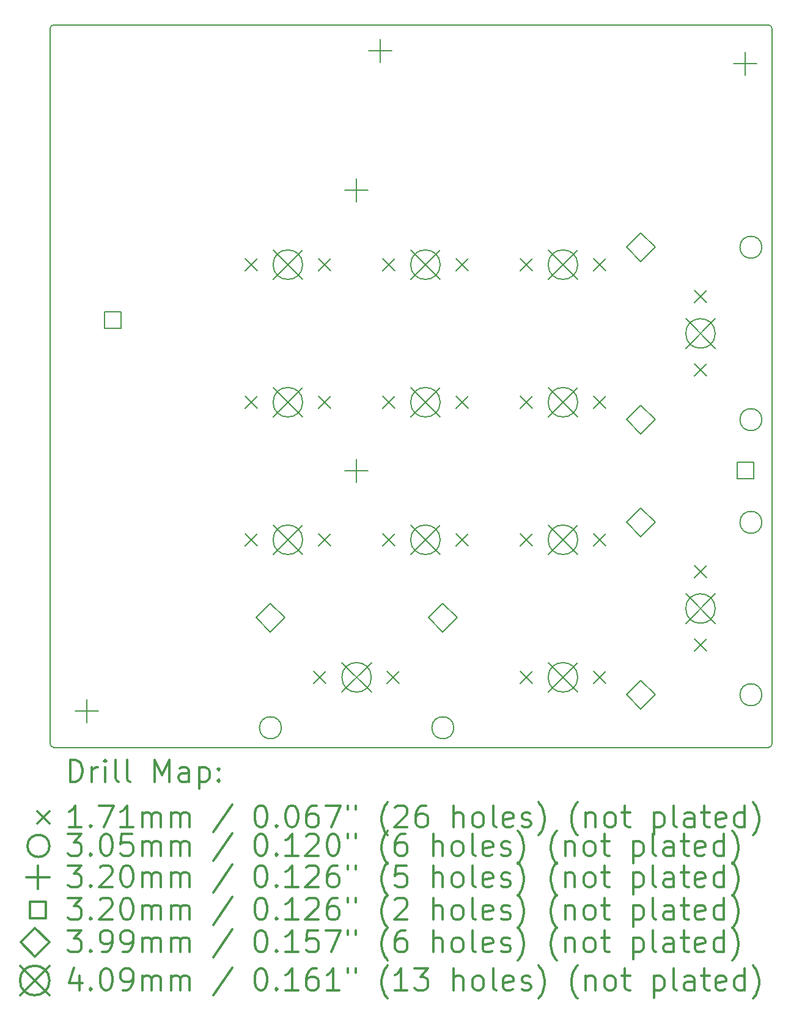
<source format=gbr>
%FSLAX45Y45*%
G04 Gerber Fmt 4.5, Leading zero omitted, Abs format (unit mm)*
G04 Created by KiCad (PCBNEW (5.1.9)-1) date 2021-06-17 16:50:48*
%MOMM*%
%LPD*%
G01*
G04 APERTURE LIST*
%TA.AperFunction,Profile*%
%ADD10C,0.150000*%
%TD*%
%ADD11C,0.200000*%
%ADD12C,0.300000*%
G04 APERTURE END LIST*
D10*
X17564100Y-5283200D02*
G75*
G02*
X17614900Y-5334000I0J-50800D01*
G01*
X17614900Y-15240000D02*
G75*
G02*
X17564100Y-15290800I-50800J0D01*
G01*
X7670800Y-15290800D02*
G75*
G02*
X7614920Y-15234920I0J55880D01*
G01*
X7614920Y-5334000D02*
G75*
G02*
X7665720Y-5283200I50800J0D01*
G01*
X7670800Y-15290800D02*
X17564100Y-15290800D01*
X17614910Y-15240000D02*
X17614910Y-5334000D01*
X17564100Y-5283200D02*
X7665720Y-5283200D01*
X7614910Y-5334000D02*
X7614910Y-15234920D01*
D11*
X10315956Y-8518906D02*
X10486644Y-8689594D01*
X10486644Y-8518906D02*
X10315956Y-8689594D01*
X10315956Y-10423906D02*
X10486644Y-10594594D01*
X10486644Y-10423906D02*
X10315956Y-10594594D01*
X10315956Y-12328906D02*
X10486644Y-12499594D01*
X10486644Y-12328906D02*
X10315956Y-12499594D01*
X11268456Y-14233906D02*
X11439144Y-14404594D01*
X11439144Y-14233906D02*
X11268456Y-14404594D01*
X11331956Y-8518906D02*
X11502644Y-8689594D01*
X11502644Y-8518906D02*
X11331956Y-8689594D01*
X11331956Y-10423906D02*
X11502644Y-10594594D01*
X11502644Y-10423906D02*
X11331956Y-10594594D01*
X11331956Y-12328906D02*
X11502644Y-12499594D01*
X11502644Y-12328906D02*
X11331956Y-12499594D01*
X12220956Y-8518906D02*
X12391644Y-8689594D01*
X12391644Y-8518906D02*
X12220956Y-8689594D01*
X12220956Y-10423906D02*
X12391644Y-10594594D01*
X12391644Y-10423906D02*
X12220956Y-10594594D01*
X12220956Y-12328906D02*
X12391644Y-12499594D01*
X12391644Y-12328906D02*
X12220956Y-12499594D01*
X12284456Y-14233906D02*
X12455144Y-14404594D01*
X12455144Y-14233906D02*
X12284456Y-14404594D01*
X13236956Y-8518906D02*
X13407644Y-8689594D01*
X13407644Y-8518906D02*
X13236956Y-8689594D01*
X13236956Y-10423906D02*
X13407644Y-10594594D01*
X13407644Y-10423906D02*
X13236956Y-10594594D01*
X13236956Y-12328906D02*
X13407644Y-12499594D01*
X13407644Y-12328906D02*
X13236956Y-12499594D01*
X14125956Y-8518906D02*
X14296644Y-8689594D01*
X14296644Y-8518906D02*
X14125956Y-8689594D01*
X14125956Y-10423906D02*
X14296644Y-10594594D01*
X14296644Y-10423906D02*
X14125956Y-10594594D01*
X14125956Y-12328906D02*
X14296644Y-12499594D01*
X14296644Y-12328906D02*
X14125956Y-12499594D01*
X14125956Y-14233906D02*
X14296644Y-14404594D01*
X14296644Y-14233906D02*
X14125956Y-14404594D01*
X15141956Y-8518906D02*
X15312644Y-8689594D01*
X15312644Y-8518906D02*
X15141956Y-8689594D01*
X15141956Y-10423906D02*
X15312644Y-10594594D01*
X15312644Y-10423906D02*
X15141956Y-10594594D01*
X15141956Y-12328906D02*
X15312644Y-12499594D01*
X15312644Y-12328906D02*
X15141956Y-12499594D01*
X15141956Y-14233906D02*
X15312644Y-14404594D01*
X15312644Y-14233906D02*
X15141956Y-14404594D01*
X16538956Y-8963406D02*
X16709644Y-9134094D01*
X16709644Y-8963406D02*
X16538956Y-9134094D01*
X16538956Y-9979406D02*
X16709644Y-10150094D01*
X16709644Y-9979406D02*
X16538956Y-10150094D01*
X16538956Y-12773406D02*
X16709644Y-12944094D01*
X16709644Y-12773406D02*
X16538956Y-12944094D01*
X16538956Y-13789406D02*
X16709644Y-13960094D01*
X16709644Y-13789406D02*
X16538956Y-13960094D01*
X10820400Y-15017750D02*
G75*
G03*
X10820400Y-15017750I-152400J0D01*
G01*
X13208000Y-15017750D02*
G75*
G03*
X13208000Y-15017750I-152400J0D01*
G01*
X17475200Y-8362950D02*
G75*
G03*
X17475200Y-8362950I-152400J0D01*
G01*
X17475200Y-10750550D02*
G75*
G03*
X17475200Y-10750550I-152400J0D01*
G01*
X17475200Y-12172950D02*
G75*
G03*
X17475200Y-12172950I-152400J0D01*
G01*
X17475200Y-14560550D02*
G75*
G03*
X17475200Y-14560550I-152400J0D01*
G01*
X8128000Y-14622800D02*
X8128000Y-14942800D01*
X7968000Y-14782800D02*
X8288000Y-14782800D01*
X11861800Y-7409200D02*
X11861800Y-7729200D01*
X11701800Y-7569200D02*
X12021800Y-7569200D01*
X11861800Y-11295400D02*
X11861800Y-11615400D01*
X11701800Y-11455400D02*
X12021800Y-11455400D01*
X12192000Y-5478800D02*
X12192000Y-5798800D01*
X12032000Y-5638800D02*
X12352000Y-5638800D01*
X17246600Y-5656600D02*
X17246600Y-5976600D01*
X17086600Y-5816600D02*
X17406600Y-5816600D01*
X8596738Y-9485738D02*
X8596738Y-9259462D01*
X8370462Y-9259462D01*
X8370462Y-9485738D01*
X8596738Y-9485738D01*
X17359738Y-11568538D02*
X17359738Y-11342262D01*
X17133462Y-11342262D01*
X17133462Y-11568538D01*
X17359738Y-11568538D01*
X10668000Y-13693140D02*
X10867390Y-13493750D01*
X10668000Y-13294360D01*
X10468610Y-13493750D01*
X10668000Y-13693140D01*
X13055600Y-13693140D02*
X13254990Y-13493750D01*
X13055600Y-13294360D01*
X12856210Y-13493750D01*
X13055600Y-13693140D01*
X15798800Y-8562340D02*
X15998190Y-8362950D01*
X15798800Y-8163560D01*
X15599410Y-8362950D01*
X15798800Y-8562340D01*
X15798800Y-10949940D02*
X15998190Y-10750550D01*
X15798800Y-10551160D01*
X15599410Y-10750550D01*
X15798800Y-10949940D01*
X15798800Y-12372340D02*
X15998190Y-12172950D01*
X15798800Y-11973560D01*
X15599410Y-12172950D01*
X15798800Y-12372340D01*
X15798800Y-14759940D02*
X15998190Y-14560550D01*
X15798800Y-14361160D01*
X15599410Y-14560550D01*
X15798800Y-14759940D01*
X10704830Y-8399780D02*
X11113770Y-8808720D01*
X11113770Y-8399780D02*
X10704830Y-8808720D01*
X11113770Y-8604250D02*
G75*
G03*
X11113770Y-8604250I-204470J0D01*
G01*
X10704830Y-10304780D02*
X11113770Y-10713720D01*
X11113770Y-10304780D02*
X10704830Y-10713720D01*
X11113770Y-10509250D02*
G75*
G03*
X11113770Y-10509250I-204470J0D01*
G01*
X10704830Y-12209780D02*
X11113770Y-12618720D01*
X11113770Y-12209780D02*
X10704830Y-12618720D01*
X11113770Y-12414250D02*
G75*
G03*
X11113770Y-12414250I-204470J0D01*
G01*
X11657330Y-14114780D02*
X12066270Y-14523720D01*
X12066270Y-14114780D02*
X11657330Y-14523720D01*
X12066270Y-14319250D02*
G75*
G03*
X12066270Y-14319250I-204470J0D01*
G01*
X12609830Y-8399780D02*
X13018770Y-8808720D01*
X13018770Y-8399780D02*
X12609830Y-8808720D01*
X13018770Y-8604250D02*
G75*
G03*
X13018770Y-8604250I-204470J0D01*
G01*
X12609830Y-10304780D02*
X13018770Y-10713720D01*
X13018770Y-10304780D02*
X12609830Y-10713720D01*
X13018770Y-10509250D02*
G75*
G03*
X13018770Y-10509250I-204470J0D01*
G01*
X12609830Y-12209780D02*
X13018770Y-12618720D01*
X13018770Y-12209780D02*
X12609830Y-12618720D01*
X13018770Y-12414250D02*
G75*
G03*
X13018770Y-12414250I-204470J0D01*
G01*
X14514830Y-8399780D02*
X14923770Y-8808720D01*
X14923770Y-8399780D02*
X14514830Y-8808720D01*
X14923770Y-8604250D02*
G75*
G03*
X14923770Y-8604250I-204470J0D01*
G01*
X14514830Y-10304780D02*
X14923770Y-10713720D01*
X14923770Y-10304780D02*
X14514830Y-10713720D01*
X14923770Y-10509250D02*
G75*
G03*
X14923770Y-10509250I-204470J0D01*
G01*
X14514830Y-12209780D02*
X14923770Y-12618720D01*
X14923770Y-12209780D02*
X14514830Y-12618720D01*
X14923770Y-12414250D02*
G75*
G03*
X14923770Y-12414250I-204470J0D01*
G01*
X14514830Y-14114780D02*
X14923770Y-14523720D01*
X14923770Y-14114780D02*
X14514830Y-14523720D01*
X14923770Y-14319250D02*
G75*
G03*
X14923770Y-14319250I-204470J0D01*
G01*
X16419830Y-9352280D02*
X16828770Y-9761220D01*
X16828770Y-9352280D02*
X16419830Y-9761220D01*
X16828770Y-9556750D02*
G75*
G03*
X16828770Y-9556750I-204470J0D01*
G01*
X16419830Y-13162280D02*
X16828770Y-13571220D01*
X16828770Y-13162280D02*
X16419830Y-13571220D01*
X16828770Y-13366750D02*
G75*
G03*
X16828770Y-13366750I-204470J0D01*
G01*
D12*
X7893838Y-15764014D02*
X7893838Y-15464014D01*
X7965267Y-15464014D01*
X8008124Y-15478300D01*
X8036696Y-15506871D01*
X8050981Y-15535443D01*
X8065267Y-15592586D01*
X8065267Y-15635443D01*
X8050981Y-15692586D01*
X8036696Y-15721157D01*
X8008124Y-15749729D01*
X7965267Y-15764014D01*
X7893838Y-15764014D01*
X8193838Y-15764014D02*
X8193838Y-15564014D01*
X8193838Y-15621157D02*
X8208124Y-15592586D01*
X8222410Y-15578300D01*
X8250981Y-15564014D01*
X8279553Y-15564014D01*
X8379553Y-15764014D02*
X8379553Y-15564014D01*
X8379553Y-15464014D02*
X8365267Y-15478300D01*
X8379553Y-15492586D01*
X8393838Y-15478300D01*
X8379553Y-15464014D01*
X8379553Y-15492586D01*
X8565267Y-15764014D02*
X8536696Y-15749729D01*
X8522410Y-15721157D01*
X8522410Y-15464014D01*
X8722410Y-15764014D02*
X8693838Y-15749729D01*
X8679553Y-15721157D01*
X8679553Y-15464014D01*
X9065267Y-15764014D02*
X9065267Y-15464014D01*
X9165267Y-15678300D01*
X9265267Y-15464014D01*
X9265267Y-15764014D01*
X9536696Y-15764014D02*
X9536696Y-15606871D01*
X9522410Y-15578300D01*
X9493838Y-15564014D01*
X9436696Y-15564014D01*
X9408124Y-15578300D01*
X9536696Y-15749729D02*
X9508124Y-15764014D01*
X9436696Y-15764014D01*
X9408124Y-15749729D01*
X9393838Y-15721157D01*
X9393838Y-15692586D01*
X9408124Y-15664014D01*
X9436696Y-15649729D01*
X9508124Y-15649729D01*
X9536696Y-15635443D01*
X9679553Y-15564014D02*
X9679553Y-15864014D01*
X9679553Y-15578300D02*
X9708124Y-15564014D01*
X9765267Y-15564014D01*
X9793838Y-15578300D01*
X9808124Y-15592586D01*
X9822410Y-15621157D01*
X9822410Y-15706871D01*
X9808124Y-15735443D01*
X9793838Y-15749729D01*
X9765267Y-15764014D01*
X9708124Y-15764014D01*
X9679553Y-15749729D01*
X9950981Y-15735443D02*
X9965267Y-15749729D01*
X9950981Y-15764014D01*
X9936696Y-15749729D01*
X9950981Y-15735443D01*
X9950981Y-15764014D01*
X9950981Y-15578300D02*
X9965267Y-15592586D01*
X9950981Y-15606871D01*
X9936696Y-15592586D01*
X9950981Y-15578300D01*
X9950981Y-15606871D01*
X7436722Y-16172956D02*
X7607410Y-16343644D01*
X7607410Y-16172956D02*
X7436722Y-16343644D01*
X8050981Y-16394014D02*
X7879553Y-16394014D01*
X7965267Y-16394014D02*
X7965267Y-16094014D01*
X7936696Y-16136871D01*
X7908124Y-16165443D01*
X7879553Y-16179729D01*
X8179553Y-16365443D02*
X8193838Y-16379729D01*
X8179553Y-16394014D01*
X8165267Y-16379729D01*
X8179553Y-16365443D01*
X8179553Y-16394014D01*
X8293838Y-16094014D02*
X8493838Y-16094014D01*
X8365267Y-16394014D01*
X8765267Y-16394014D02*
X8593838Y-16394014D01*
X8679553Y-16394014D02*
X8679553Y-16094014D01*
X8650981Y-16136871D01*
X8622410Y-16165443D01*
X8593838Y-16179729D01*
X8893838Y-16394014D02*
X8893838Y-16194014D01*
X8893838Y-16222586D02*
X8908124Y-16208300D01*
X8936696Y-16194014D01*
X8979553Y-16194014D01*
X9008124Y-16208300D01*
X9022410Y-16236871D01*
X9022410Y-16394014D01*
X9022410Y-16236871D02*
X9036696Y-16208300D01*
X9065267Y-16194014D01*
X9108124Y-16194014D01*
X9136696Y-16208300D01*
X9150981Y-16236871D01*
X9150981Y-16394014D01*
X9293838Y-16394014D02*
X9293838Y-16194014D01*
X9293838Y-16222586D02*
X9308124Y-16208300D01*
X9336696Y-16194014D01*
X9379553Y-16194014D01*
X9408124Y-16208300D01*
X9422410Y-16236871D01*
X9422410Y-16394014D01*
X9422410Y-16236871D02*
X9436696Y-16208300D01*
X9465267Y-16194014D01*
X9508124Y-16194014D01*
X9536696Y-16208300D01*
X9550981Y-16236871D01*
X9550981Y-16394014D01*
X10136696Y-16079729D02*
X9879553Y-16465443D01*
X10522410Y-16094014D02*
X10550981Y-16094014D01*
X10579553Y-16108300D01*
X10593838Y-16122586D01*
X10608124Y-16151157D01*
X10622410Y-16208300D01*
X10622410Y-16279729D01*
X10608124Y-16336871D01*
X10593838Y-16365443D01*
X10579553Y-16379729D01*
X10550981Y-16394014D01*
X10522410Y-16394014D01*
X10493838Y-16379729D01*
X10479553Y-16365443D01*
X10465267Y-16336871D01*
X10450981Y-16279729D01*
X10450981Y-16208300D01*
X10465267Y-16151157D01*
X10479553Y-16122586D01*
X10493838Y-16108300D01*
X10522410Y-16094014D01*
X10750981Y-16365443D02*
X10765267Y-16379729D01*
X10750981Y-16394014D01*
X10736696Y-16379729D01*
X10750981Y-16365443D01*
X10750981Y-16394014D01*
X10950981Y-16094014D02*
X10979553Y-16094014D01*
X11008124Y-16108300D01*
X11022410Y-16122586D01*
X11036696Y-16151157D01*
X11050981Y-16208300D01*
X11050981Y-16279729D01*
X11036696Y-16336871D01*
X11022410Y-16365443D01*
X11008124Y-16379729D01*
X10979553Y-16394014D01*
X10950981Y-16394014D01*
X10922410Y-16379729D01*
X10908124Y-16365443D01*
X10893838Y-16336871D01*
X10879553Y-16279729D01*
X10879553Y-16208300D01*
X10893838Y-16151157D01*
X10908124Y-16122586D01*
X10922410Y-16108300D01*
X10950981Y-16094014D01*
X11308124Y-16094014D02*
X11250981Y-16094014D01*
X11222410Y-16108300D01*
X11208124Y-16122586D01*
X11179553Y-16165443D01*
X11165267Y-16222586D01*
X11165267Y-16336871D01*
X11179553Y-16365443D01*
X11193838Y-16379729D01*
X11222410Y-16394014D01*
X11279553Y-16394014D01*
X11308124Y-16379729D01*
X11322410Y-16365443D01*
X11336696Y-16336871D01*
X11336696Y-16265443D01*
X11322410Y-16236871D01*
X11308124Y-16222586D01*
X11279553Y-16208300D01*
X11222410Y-16208300D01*
X11193838Y-16222586D01*
X11179553Y-16236871D01*
X11165267Y-16265443D01*
X11436696Y-16094014D02*
X11636696Y-16094014D01*
X11508124Y-16394014D01*
X11736696Y-16094014D02*
X11736696Y-16151157D01*
X11850981Y-16094014D02*
X11850981Y-16151157D01*
X12293838Y-16508300D02*
X12279553Y-16494014D01*
X12250981Y-16451157D01*
X12236696Y-16422586D01*
X12222410Y-16379729D01*
X12208124Y-16308300D01*
X12208124Y-16251157D01*
X12222410Y-16179729D01*
X12236696Y-16136871D01*
X12250981Y-16108300D01*
X12279553Y-16065443D01*
X12293838Y-16051157D01*
X12393838Y-16122586D02*
X12408124Y-16108300D01*
X12436696Y-16094014D01*
X12508124Y-16094014D01*
X12536696Y-16108300D01*
X12550981Y-16122586D01*
X12565267Y-16151157D01*
X12565267Y-16179729D01*
X12550981Y-16222586D01*
X12379553Y-16394014D01*
X12565267Y-16394014D01*
X12822410Y-16094014D02*
X12765267Y-16094014D01*
X12736696Y-16108300D01*
X12722410Y-16122586D01*
X12693838Y-16165443D01*
X12679553Y-16222586D01*
X12679553Y-16336871D01*
X12693838Y-16365443D01*
X12708124Y-16379729D01*
X12736696Y-16394014D01*
X12793838Y-16394014D01*
X12822410Y-16379729D01*
X12836696Y-16365443D01*
X12850981Y-16336871D01*
X12850981Y-16265443D01*
X12836696Y-16236871D01*
X12822410Y-16222586D01*
X12793838Y-16208300D01*
X12736696Y-16208300D01*
X12708124Y-16222586D01*
X12693838Y-16236871D01*
X12679553Y-16265443D01*
X13208124Y-16394014D02*
X13208124Y-16094014D01*
X13336696Y-16394014D02*
X13336696Y-16236871D01*
X13322410Y-16208300D01*
X13293838Y-16194014D01*
X13250981Y-16194014D01*
X13222410Y-16208300D01*
X13208124Y-16222586D01*
X13522410Y-16394014D02*
X13493838Y-16379729D01*
X13479553Y-16365443D01*
X13465267Y-16336871D01*
X13465267Y-16251157D01*
X13479553Y-16222586D01*
X13493838Y-16208300D01*
X13522410Y-16194014D01*
X13565267Y-16194014D01*
X13593838Y-16208300D01*
X13608124Y-16222586D01*
X13622410Y-16251157D01*
X13622410Y-16336871D01*
X13608124Y-16365443D01*
X13593838Y-16379729D01*
X13565267Y-16394014D01*
X13522410Y-16394014D01*
X13793838Y-16394014D02*
X13765267Y-16379729D01*
X13750981Y-16351157D01*
X13750981Y-16094014D01*
X14022410Y-16379729D02*
X13993838Y-16394014D01*
X13936696Y-16394014D01*
X13908124Y-16379729D01*
X13893838Y-16351157D01*
X13893838Y-16236871D01*
X13908124Y-16208300D01*
X13936696Y-16194014D01*
X13993838Y-16194014D01*
X14022410Y-16208300D01*
X14036696Y-16236871D01*
X14036696Y-16265443D01*
X13893838Y-16294014D01*
X14150981Y-16379729D02*
X14179553Y-16394014D01*
X14236696Y-16394014D01*
X14265267Y-16379729D01*
X14279553Y-16351157D01*
X14279553Y-16336871D01*
X14265267Y-16308300D01*
X14236696Y-16294014D01*
X14193838Y-16294014D01*
X14165267Y-16279729D01*
X14150981Y-16251157D01*
X14150981Y-16236871D01*
X14165267Y-16208300D01*
X14193838Y-16194014D01*
X14236696Y-16194014D01*
X14265267Y-16208300D01*
X14379553Y-16508300D02*
X14393838Y-16494014D01*
X14422410Y-16451157D01*
X14436696Y-16422586D01*
X14450981Y-16379729D01*
X14465267Y-16308300D01*
X14465267Y-16251157D01*
X14450981Y-16179729D01*
X14436696Y-16136871D01*
X14422410Y-16108300D01*
X14393838Y-16065443D01*
X14379553Y-16051157D01*
X14922410Y-16508300D02*
X14908124Y-16494014D01*
X14879553Y-16451157D01*
X14865267Y-16422586D01*
X14850981Y-16379729D01*
X14836696Y-16308300D01*
X14836696Y-16251157D01*
X14850981Y-16179729D01*
X14865267Y-16136871D01*
X14879553Y-16108300D01*
X14908124Y-16065443D01*
X14922410Y-16051157D01*
X15036696Y-16194014D02*
X15036696Y-16394014D01*
X15036696Y-16222586D02*
X15050981Y-16208300D01*
X15079553Y-16194014D01*
X15122410Y-16194014D01*
X15150981Y-16208300D01*
X15165267Y-16236871D01*
X15165267Y-16394014D01*
X15350981Y-16394014D02*
X15322410Y-16379729D01*
X15308124Y-16365443D01*
X15293838Y-16336871D01*
X15293838Y-16251157D01*
X15308124Y-16222586D01*
X15322410Y-16208300D01*
X15350981Y-16194014D01*
X15393838Y-16194014D01*
X15422410Y-16208300D01*
X15436696Y-16222586D01*
X15450981Y-16251157D01*
X15450981Y-16336871D01*
X15436696Y-16365443D01*
X15422410Y-16379729D01*
X15393838Y-16394014D01*
X15350981Y-16394014D01*
X15536696Y-16194014D02*
X15650981Y-16194014D01*
X15579553Y-16094014D02*
X15579553Y-16351157D01*
X15593838Y-16379729D01*
X15622410Y-16394014D01*
X15650981Y-16394014D01*
X15979553Y-16194014D02*
X15979553Y-16494014D01*
X15979553Y-16208300D02*
X16008124Y-16194014D01*
X16065267Y-16194014D01*
X16093838Y-16208300D01*
X16108124Y-16222586D01*
X16122410Y-16251157D01*
X16122410Y-16336871D01*
X16108124Y-16365443D01*
X16093838Y-16379729D01*
X16065267Y-16394014D01*
X16008124Y-16394014D01*
X15979553Y-16379729D01*
X16293838Y-16394014D02*
X16265267Y-16379729D01*
X16250981Y-16351157D01*
X16250981Y-16094014D01*
X16536696Y-16394014D02*
X16536696Y-16236871D01*
X16522410Y-16208300D01*
X16493838Y-16194014D01*
X16436696Y-16194014D01*
X16408124Y-16208300D01*
X16536696Y-16379729D02*
X16508124Y-16394014D01*
X16436696Y-16394014D01*
X16408124Y-16379729D01*
X16393838Y-16351157D01*
X16393838Y-16322586D01*
X16408124Y-16294014D01*
X16436696Y-16279729D01*
X16508124Y-16279729D01*
X16536696Y-16265443D01*
X16636696Y-16194014D02*
X16750981Y-16194014D01*
X16679553Y-16094014D02*
X16679553Y-16351157D01*
X16693838Y-16379729D01*
X16722410Y-16394014D01*
X16750981Y-16394014D01*
X16965267Y-16379729D02*
X16936696Y-16394014D01*
X16879553Y-16394014D01*
X16850981Y-16379729D01*
X16836696Y-16351157D01*
X16836696Y-16236871D01*
X16850981Y-16208300D01*
X16879553Y-16194014D01*
X16936696Y-16194014D01*
X16965267Y-16208300D01*
X16979553Y-16236871D01*
X16979553Y-16265443D01*
X16836696Y-16294014D01*
X17236696Y-16394014D02*
X17236696Y-16094014D01*
X17236696Y-16379729D02*
X17208124Y-16394014D01*
X17150981Y-16394014D01*
X17122410Y-16379729D01*
X17108124Y-16365443D01*
X17093838Y-16336871D01*
X17093838Y-16251157D01*
X17108124Y-16222586D01*
X17122410Y-16208300D01*
X17150981Y-16194014D01*
X17208124Y-16194014D01*
X17236696Y-16208300D01*
X17350981Y-16508300D02*
X17365267Y-16494014D01*
X17393838Y-16451157D01*
X17408124Y-16422586D01*
X17422410Y-16379729D01*
X17436696Y-16308300D01*
X17436696Y-16251157D01*
X17422410Y-16179729D01*
X17408124Y-16136871D01*
X17393838Y-16108300D01*
X17365267Y-16065443D01*
X17350981Y-16051157D01*
X7607410Y-16654300D02*
G75*
G03*
X7607410Y-16654300I-152400J0D01*
G01*
X7865267Y-16490014D02*
X8050981Y-16490014D01*
X7950981Y-16604300D01*
X7993838Y-16604300D01*
X8022410Y-16618586D01*
X8036696Y-16632871D01*
X8050981Y-16661443D01*
X8050981Y-16732871D01*
X8036696Y-16761443D01*
X8022410Y-16775729D01*
X7993838Y-16790014D01*
X7908124Y-16790014D01*
X7879553Y-16775729D01*
X7865267Y-16761443D01*
X8179553Y-16761443D02*
X8193838Y-16775729D01*
X8179553Y-16790014D01*
X8165267Y-16775729D01*
X8179553Y-16761443D01*
X8179553Y-16790014D01*
X8379553Y-16490014D02*
X8408124Y-16490014D01*
X8436696Y-16504300D01*
X8450981Y-16518586D01*
X8465267Y-16547157D01*
X8479553Y-16604300D01*
X8479553Y-16675729D01*
X8465267Y-16732871D01*
X8450981Y-16761443D01*
X8436696Y-16775729D01*
X8408124Y-16790014D01*
X8379553Y-16790014D01*
X8350981Y-16775729D01*
X8336696Y-16761443D01*
X8322410Y-16732871D01*
X8308124Y-16675729D01*
X8308124Y-16604300D01*
X8322410Y-16547157D01*
X8336696Y-16518586D01*
X8350981Y-16504300D01*
X8379553Y-16490014D01*
X8750981Y-16490014D02*
X8608124Y-16490014D01*
X8593838Y-16632871D01*
X8608124Y-16618586D01*
X8636696Y-16604300D01*
X8708124Y-16604300D01*
X8736696Y-16618586D01*
X8750981Y-16632871D01*
X8765267Y-16661443D01*
X8765267Y-16732871D01*
X8750981Y-16761443D01*
X8736696Y-16775729D01*
X8708124Y-16790014D01*
X8636696Y-16790014D01*
X8608124Y-16775729D01*
X8593838Y-16761443D01*
X8893838Y-16790014D02*
X8893838Y-16590014D01*
X8893838Y-16618586D02*
X8908124Y-16604300D01*
X8936696Y-16590014D01*
X8979553Y-16590014D01*
X9008124Y-16604300D01*
X9022410Y-16632871D01*
X9022410Y-16790014D01*
X9022410Y-16632871D02*
X9036696Y-16604300D01*
X9065267Y-16590014D01*
X9108124Y-16590014D01*
X9136696Y-16604300D01*
X9150981Y-16632871D01*
X9150981Y-16790014D01*
X9293838Y-16790014D02*
X9293838Y-16590014D01*
X9293838Y-16618586D02*
X9308124Y-16604300D01*
X9336696Y-16590014D01*
X9379553Y-16590014D01*
X9408124Y-16604300D01*
X9422410Y-16632871D01*
X9422410Y-16790014D01*
X9422410Y-16632871D02*
X9436696Y-16604300D01*
X9465267Y-16590014D01*
X9508124Y-16590014D01*
X9536696Y-16604300D01*
X9550981Y-16632871D01*
X9550981Y-16790014D01*
X10136696Y-16475729D02*
X9879553Y-16861443D01*
X10522410Y-16490014D02*
X10550981Y-16490014D01*
X10579553Y-16504300D01*
X10593838Y-16518586D01*
X10608124Y-16547157D01*
X10622410Y-16604300D01*
X10622410Y-16675729D01*
X10608124Y-16732871D01*
X10593838Y-16761443D01*
X10579553Y-16775729D01*
X10550981Y-16790014D01*
X10522410Y-16790014D01*
X10493838Y-16775729D01*
X10479553Y-16761443D01*
X10465267Y-16732871D01*
X10450981Y-16675729D01*
X10450981Y-16604300D01*
X10465267Y-16547157D01*
X10479553Y-16518586D01*
X10493838Y-16504300D01*
X10522410Y-16490014D01*
X10750981Y-16761443D02*
X10765267Y-16775729D01*
X10750981Y-16790014D01*
X10736696Y-16775729D01*
X10750981Y-16761443D01*
X10750981Y-16790014D01*
X11050981Y-16790014D02*
X10879553Y-16790014D01*
X10965267Y-16790014D02*
X10965267Y-16490014D01*
X10936696Y-16532871D01*
X10908124Y-16561443D01*
X10879553Y-16575729D01*
X11165267Y-16518586D02*
X11179553Y-16504300D01*
X11208124Y-16490014D01*
X11279553Y-16490014D01*
X11308124Y-16504300D01*
X11322410Y-16518586D01*
X11336696Y-16547157D01*
X11336696Y-16575729D01*
X11322410Y-16618586D01*
X11150981Y-16790014D01*
X11336696Y-16790014D01*
X11522410Y-16490014D02*
X11550981Y-16490014D01*
X11579553Y-16504300D01*
X11593838Y-16518586D01*
X11608124Y-16547157D01*
X11622410Y-16604300D01*
X11622410Y-16675729D01*
X11608124Y-16732871D01*
X11593838Y-16761443D01*
X11579553Y-16775729D01*
X11550981Y-16790014D01*
X11522410Y-16790014D01*
X11493838Y-16775729D01*
X11479553Y-16761443D01*
X11465267Y-16732871D01*
X11450981Y-16675729D01*
X11450981Y-16604300D01*
X11465267Y-16547157D01*
X11479553Y-16518586D01*
X11493838Y-16504300D01*
X11522410Y-16490014D01*
X11736696Y-16490014D02*
X11736696Y-16547157D01*
X11850981Y-16490014D02*
X11850981Y-16547157D01*
X12293838Y-16904300D02*
X12279553Y-16890014D01*
X12250981Y-16847157D01*
X12236696Y-16818586D01*
X12222410Y-16775729D01*
X12208124Y-16704300D01*
X12208124Y-16647157D01*
X12222410Y-16575729D01*
X12236696Y-16532871D01*
X12250981Y-16504300D01*
X12279553Y-16461443D01*
X12293838Y-16447157D01*
X12536696Y-16490014D02*
X12479553Y-16490014D01*
X12450981Y-16504300D01*
X12436696Y-16518586D01*
X12408124Y-16561443D01*
X12393838Y-16618586D01*
X12393838Y-16732871D01*
X12408124Y-16761443D01*
X12422410Y-16775729D01*
X12450981Y-16790014D01*
X12508124Y-16790014D01*
X12536696Y-16775729D01*
X12550981Y-16761443D01*
X12565267Y-16732871D01*
X12565267Y-16661443D01*
X12550981Y-16632871D01*
X12536696Y-16618586D01*
X12508124Y-16604300D01*
X12450981Y-16604300D01*
X12422410Y-16618586D01*
X12408124Y-16632871D01*
X12393838Y-16661443D01*
X12922410Y-16790014D02*
X12922410Y-16490014D01*
X13050981Y-16790014D02*
X13050981Y-16632871D01*
X13036696Y-16604300D01*
X13008124Y-16590014D01*
X12965267Y-16590014D01*
X12936696Y-16604300D01*
X12922410Y-16618586D01*
X13236696Y-16790014D02*
X13208124Y-16775729D01*
X13193838Y-16761443D01*
X13179553Y-16732871D01*
X13179553Y-16647157D01*
X13193838Y-16618586D01*
X13208124Y-16604300D01*
X13236696Y-16590014D01*
X13279553Y-16590014D01*
X13308124Y-16604300D01*
X13322410Y-16618586D01*
X13336696Y-16647157D01*
X13336696Y-16732871D01*
X13322410Y-16761443D01*
X13308124Y-16775729D01*
X13279553Y-16790014D01*
X13236696Y-16790014D01*
X13508124Y-16790014D02*
X13479553Y-16775729D01*
X13465267Y-16747157D01*
X13465267Y-16490014D01*
X13736696Y-16775729D02*
X13708124Y-16790014D01*
X13650981Y-16790014D01*
X13622410Y-16775729D01*
X13608124Y-16747157D01*
X13608124Y-16632871D01*
X13622410Y-16604300D01*
X13650981Y-16590014D01*
X13708124Y-16590014D01*
X13736696Y-16604300D01*
X13750981Y-16632871D01*
X13750981Y-16661443D01*
X13608124Y-16690014D01*
X13865267Y-16775729D02*
X13893838Y-16790014D01*
X13950981Y-16790014D01*
X13979553Y-16775729D01*
X13993838Y-16747157D01*
X13993838Y-16732871D01*
X13979553Y-16704300D01*
X13950981Y-16690014D01*
X13908124Y-16690014D01*
X13879553Y-16675729D01*
X13865267Y-16647157D01*
X13865267Y-16632871D01*
X13879553Y-16604300D01*
X13908124Y-16590014D01*
X13950981Y-16590014D01*
X13979553Y-16604300D01*
X14093838Y-16904300D02*
X14108124Y-16890014D01*
X14136696Y-16847157D01*
X14150981Y-16818586D01*
X14165267Y-16775729D01*
X14179553Y-16704300D01*
X14179553Y-16647157D01*
X14165267Y-16575729D01*
X14150981Y-16532871D01*
X14136696Y-16504300D01*
X14108124Y-16461443D01*
X14093838Y-16447157D01*
X14636696Y-16904300D02*
X14622410Y-16890014D01*
X14593838Y-16847157D01*
X14579553Y-16818586D01*
X14565267Y-16775729D01*
X14550981Y-16704300D01*
X14550981Y-16647157D01*
X14565267Y-16575729D01*
X14579553Y-16532871D01*
X14593838Y-16504300D01*
X14622410Y-16461443D01*
X14636696Y-16447157D01*
X14750981Y-16590014D02*
X14750981Y-16790014D01*
X14750981Y-16618586D02*
X14765267Y-16604300D01*
X14793838Y-16590014D01*
X14836696Y-16590014D01*
X14865267Y-16604300D01*
X14879553Y-16632871D01*
X14879553Y-16790014D01*
X15065267Y-16790014D02*
X15036696Y-16775729D01*
X15022410Y-16761443D01*
X15008124Y-16732871D01*
X15008124Y-16647157D01*
X15022410Y-16618586D01*
X15036696Y-16604300D01*
X15065267Y-16590014D01*
X15108124Y-16590014D01*
X15136696Y-16604300D01*
X15150981Y-16618586D01*
X15165267Y-16647157D01*
X15165267Y-16732871D01*
X15150981Y-16761443D01*
X15136696Y-16775729D01*
X15108124Y-16790014D01*
X15065267Y-16790014D01*
X15250981Y-16590014D02*
X15365267Y-16590014D01*
X15293838Y-16490014D02*
X15293838Y-16747157D01*
X15308124Y-16775729D01*
X15336696Y-16790014D01*
X15365267Y-16790014D01*
X15693838Y-16590014D02*
X15693838Y-16890014D01*
X15693838Y-16604300D02*
X15722410Y-16590014D01*
X15779553Y-16590014D01*
X15808124Y-16604300D01*
X15822410Y-16618586D01*
X15836696Y-16647157D01*
X15836696Y-16732871D01*
X15822410Y-16761443D01*
X15808124Y-16775729D01*
X15779553Y-16790014D01*
X15722410Y-16790014D01*
X15693838Y-16775729D01*
X16008124Y-16790014D02*
X15979553Y-16775729D01*
X15965267Y-16747157D01*
X15965267Y-16490014D01*
X16250981Y-16790014D02*
X16250981Y-16632871D01*
X16236696Y-16604300D01*
X16208124Y-16590014D01*
X16150981Y-16590014D01*
X16122410Y-16604300D01*
X16250981Y-16775729D02*
X16222410Y-16790014D01*
X16150981Y-16790014D01*
X16122410Y-16775729D01*
X16108124Y-16747157D01*
X16108124Y-16718586D01*
X16122410Y-16690014D01*
X16150981Y-16675729D01*
X16222410Y-16675729D01*
X16250981Y-16661443D01*
X16350981Y-16590014D02*
X16465267Y-16590014D01*
X16393838Y-16490014D02*
X16393838Y-16747157D01*
X16408124Y-16775729D01*
X16436696Y-16790014D01*
X16465267Y-16790014D01*
X16679553Y-16775729D02*
X16650981Y-16790014D01*
X16593838Y-16790014D01*
X16565267Y-16775729D01*
X16550981Y-16747157D01*
X16550981Y-16632871D01*
X16565267Y-16604300D01*
X16593838Y-16590014D01*
X16650981Y-16590014D01*
X16679553Y-16604300D01*
X16693838Y-16632871D01*
X16693838Y-16661443D01*
X16550981Y-16690014D01*
X16950981Y-16790014D02*
X16950981Y-16490014D01*
X16950981Y-16775729D02*
X16922410Y-16790014D01*
X16865267Y-16790014D01*
X16836696Y-16775729D01*
X16822410Y-16761443D01*
X16808124Y-16732871D01*
X16808124Y-16647157D01*
X16822410Y-16618586D01*
X16836696Y-16604300D01*
X16865267Y-16590014D01*
X16922410Y-16590014D01*
X16950981Y-16604300D01*
X17065267Y-16904300D02*
X17079553Y-16890014D01*
X17108124Y-16847157D01*
X17122410Y-16818586D01*
X17136696Y-16775729D01*
X17150981Y-16704300D01*
X17150981Y-16647157D01*
X17136696Y-16575729D01*
X17122410Y-16532871D01*
X17108124Y-16504300D01*
X17079553Y-16461443D01*
X17065267Y-16447157D01*
X7447410Y-16929100D02*
X7447410Y-17249100D01*
X7287410Y-17089100D02*
X7607410Y-17089100D01*
X7865267Y-16924814D02*
X8050981Y-16924814D01*
X7950981Y-17039100D01*
X7993838Y-17039100D01*
X8022410Y-17053386D01*
X8036696Y-17067672D01*
X8050981Y-17096243D01*
X8050981Y-17167672D01*
X8036696Y-17196243D01*
X8022410Y-17210529D01*
X7993838Y-17224814D01*
X7908124Y-17224814D01*
X7879553Y-17210529D01*
X7865267Y-17196243D01*
X8179553Y-17196243D02*
X8193838Y-17210529D01*
X8179553Y-17224814D01*
X8165267Y-17210529D01*
X8179553Y-17196243D01*
X8179553Y-17224814D01*
X8308124Y-16953386D02*
X8322410Y-16939100D01*
X8350981Y-16924814D01*
X8422410Y-16924814D01*
X8450981Y-16939100D01*
X8465267Y-16953386D01*
X8479553Y-16981957D01*
X8479553Y-17010529D01*
X8465267Y-17053386D01*
X8293838Y-17224814D01*
X8479553Y-17224814D01*
X8665267Y-16924814D02*
X8693838Y-16924814D01*
X8722410Y-16939100D01*
X8736696Y-16953386D01*
X8750981Y-16981957D01*
X8765267Y-17039100D01*
X8765267Y-17110529D01*
X8750981Y-17167672D01*
X8736696Y-17196243D01*
X8722410Y-17210529D01*
X8693838Y-17224814D01*
X8665267Y-17224814D01*
X8636696Y-17210529D01*
X8622410Y-17196243D01*
X8608124Y-17167672D01*
X8593838Y-17110529D01*
X8593838Y-17039100D01*
X8608124Y-16981957D01*
X8622410Y-16953386D01*
X8636696Y-16939100D01*
X8665267Y-16924814D01*
X8893838Y-17224814D02*
X8893838Y-17024814D01*
X8893838Y-17053386D02*
X8908124Y-17039100D01*
X8936696Y-17024814D01*
X8979553Y-17024814D01*
X9008124Y-17039100D01*
X9022410Y-17067672D01*
X9022410Y-17224814D01*
X9022410Y-17067672D02*
X9036696Y-17039100D01*
X9065267Y-17024814D01*
X9108124Y-17024814D01*
X9136696Y-17039100D01*
X9150981Y-17067672D01*
X9150981Y-17224814D01*
X9293838Y-17224814D02*
X9293838Y-17024814D01*
X9293838Y-17053386D02*
X9308124Y-17039100D01*
X9336696Y-17024814D01*
X9379553Y-17024814D01*
X9408124Y-17039100D01*
X9422410Y-17067672D01*
X9422410Y-17224814D01*
X9422410Y-17067672D02*
X9436696Y-17039100D01*
X9465267Y-17024814D01*
X9508124Y-17024814D01*
X9536696Y-17039100D01*
X9550981Y-17067672D01*
X9550981Y-17224814D01*
X10136696Y-16910529D02*
X9879553Y-17296243D01*
X10522410Y-16924814D02*
X10550981Y-16924814D01*
X10579553Y-16939100D01*
X10593838Y-16953386D01*
X10608124Y-16981957D01*
X10622410Y-17039100D01*
X10622410Y-17110529D01*
X10608124Y-17167672D01*
X10593838Y-17196243D01*
X10579553Y-17210529D01*
X10550981Y-17224814D01*
X10522410Y-17224814D01*
X10493838Y-17210529D01*
X10479553Y-17196243D01*
X10465267Y-17167672D01*
X10450981Y-17110529D01*
X10450981Y-17039100D01*
X10465267Y-16981957D01*
X10479553Y-16953386D01*
X10493838Y-16939100D01*
X10522410Y-16924814D01*
X10750981Y-17196243D02*
X10765267Y-17210529D01*
X10750981Y-17224814D01*
X10736696Y-17210529D01*
X10750981Y-17196243D01*
X10750981Y-17224814D01*
X11050981Y-17224814D02*
X10879553Y-17224814D01*
X10965267Y-17224814D02*
X10965267Y-16924814D01*
X10936696Y-16967672D01*
X10908124Y-16996243D01*
X10879553Y-17010529D01*
X11165267Y-16953386D02*
X11179553Y-16939100D01*
X11208124Y-16924814D01*
X11279553Y-16924814D01*
X11308124Y-16939100D01*
X11322410Y-16953386D01*
X11336696Y-16981957D01*
X11336696Y-17010529D01*
X11322410Y-17053386D01*
X11150981Y-17224814D01*
X11336696Y-17224814D01*
X11593838Y-16924814D02*
X11536696Y-16924814D01*
X11508124Y-16939100D01*
X11493838Y-16953386D01*
X11465267Y-16996243D01*
X11450981Y-17053386D01*
X11450981Y-17167672D01*
X11465267Y-17196243D01*
X11479553Y-17210529D01*
X11508124Y-17224814D01*
X11565267Y-17224814D01*
X11593838Y-17210529D01*
X11608124Y-17196243D01*
X11622410Y-17167672D01*
X11622410Y-17096243D01*
X11608124Y-17067672D01*
X11593838Y-17053386D01*
X11565267Y-17039100D01*
X11508124Y-17039100D01*
X11479553Y-17053386D01*
X11465267Y-17067672D01*
X11450981Y-17096243D01*
X11736696Y-16924814D02*
X11736696Y-16981957D01*
X11850981Y-16924814D02*
X11850981Y-16981957D01*
X12293838Y-17339100D02*
X12279553Y-17324814D01*
X12250981Y-17281957D01*
X12236696Y-17253386D01*
X12222410Y-17210529D01*
X12208124Y-17139100D01*
X12208124Y-17081957D01*
X12222410Y-17010529D01*
X12236696Y-16967672D01*
X12250981Y-16939100D01*
X12279553Y-16896243D01*
X12293838Y-16881957D01*
X12550981Y-16924814D02*
X12408124Y-16924814D01*
X12393838Y-17067672D01*
X12408124Y-17053386D01*
X12436696Y-17039100D01*
X12508124Y-17039100D01*
X12536696Y-17053386D01*
X12550981Y-17067672D01*
X12565267Y-17096243D01*
X12565267Y-17167672D01*
X12550981Y-17196243D01*
X12536696Y-17210529D01*
X12508124Y-17224814D01*
X12436696Y-17224814D01*
X12408124Y-17210529D01*
X12393838Y-17196243D01*
X12922410Y-17224814D02*
X12922410Y-16924814D01*
X13050981Y-17224814D02*
X13050981Y-17067672D01*
X13036696Y-17039100D01*
X13008124Y-17024814D01*
X12965267Y-17024814D01*
X12936696Y-17039100D01*
X12922410Y-17053386D01*
X13236696Y-17224814D02*
X13208124Y-17210529D01*
X13193838Y-17196243D01*
X13179553Y-17167672D01*
X13179553Y-17081957D01*
X13193838Y-17053386D01*
X13208124Y-17039100D01*
X13236696Y-17024814D01*
X13279553Y-17024814D01*
X13308124Y-17039100D01*
X13322410Y-17053386D01*
X13336696Y-17081957D01*
X13336696Y-17167672D01*
X13322410Y-17196243D01*
X13308124Y-17210529D01*
X13279553Y-17224814D01*
X13236696Y-17224814D01*
X13508124Y-17224814D02*
X13479553Y-17210529D01*
X13465267Y-17181957D01*
X13465267Y-16924814D01*
X13736696Y-17210529D02*
X13708124Y-17224814D01*
X13650981Y-17224814D01*
X13622410Y-17210529D01*
X13608124Y-17181957D01*
X13608124Y-17067672D01*
X13622410Y-17039100D01*
X13650981Y-17024814D01*
X13708124Y-17024814D01*
X13736696Y-17039100D01*
X13750981Y-17067672D01*
X13750981Y-17096243D01*
X13608124Y-17124814D01*
X13865267Y-17210529D02*
X13893838Y-17224814D01*
X13950981Y-17224814D01*
X13979553Y-17210529D01*
X13993838Y-17181957D01*
X13993838Y-17167672D01*
X13979553Y-17139100D01*
X13950981Y-17124814D01*
X13908124Y-17124814D01*
X13879553Y-17110529D01*
X13865267Y-17081957D01*
X13865267Y-17067672D01*
X13879553Y-17039100D01*
X13908124Y-17024814D01*
X13950981Y-17024814D01*
X13979553Y-17039100D01*
X14093838Y-17339100D02*
X14108124Y-17324814D01*
X14136696Y-17281957D01*
X14150981Y-17253386D01*
X14165267Y-17210529D01*
X14179553Y-17139100D01*
X14179553Y-17081957D01*
X14165267Y-17010529D01*
X14150981Y-16967672D01*
X14136696Y-16939100D01*
X14108124Y-16896243D01*
X14093838Y-16881957D01*
X14636696Y-17339100D02*
X14622410Y-17324814D01*
X14593838Y-17281957D01*
X14579553Y-17253386D01*
X14565267Y-17210529D01*
X14550981Y-17139100D01*
X14550981Y-17081957D01*
X14565267Y-17010529D01*
X14579553Y-16967672D01*
X14593838Y-16939100D01*
X14622410Y-16896243D01*
X14636696Y-16881957D01*
X14750981Y-17024814D02*
X14750981Y-17224814D01*
X14750981Y-17053386D02*
X14765267Y-17039100D01*
X14793838Y-17024814D01*
X14836696Y-17024814D01*
X14865267Y-17039100D01*
X14879553Y-17067672D01*
X14879553Y-17224814D01*
X15065267Y-17224814D02*
X15036696Y-17210529D01*
X15022410Y-17196243D01*
X15008124Y-17167672D01*
X15008124Y-17081957D01*
X15022410Y-17053386D01*
X15036696Y-17039100D01*
X15065267Y-17024814D01*
X15108124Y-17024814D01*
X15136696Y-17039100D01*
X15150981Y-17053386D01*
X15165267Y-17081957D01*
X15165267Y-17167672D01*
X15150981Y-17196243D01*
X15136696Y-17210529D01*
X15108124Y-17224814D01*
X15065267Y-17224814D01*
X15250981Y-17024814D02*
X15365267Y-17024814D01*
X15293838Y-16924814D02*
X15293838Y-17181957D01*
X15308124Y-17210529D01*
X15336696Y-17224814D01*
X15365267Y-17224814D01*
X15693838Y-17024814D02*
X15693838Y-17324814D01*
X15693838Y-17039100D02*
X15722410Y-17024814D01*
X15779553Y-17024814D01*
X15808124Y-17039100D01*
X15822410Y-17053386D01*
X15836696Y-17081957D01*
X15836696Y-17167672D01*
X15822410Y-17196243D01*
X15808124Y-17210529D01*
X15779553Y-17224814D01*
X15722410Y-17224814D01*
X15693838Y-17210529D01*
X16008124Y-17224814D02*
X15979553Y-17210529D01*
X15965267Y-17181957D01*
X15965267Y-16924814D01*
X16250981Y-17224814D02*
X16250981Y-17067672D01*
X16236696Y-17039100D01*
X16208124Y-17024814D01*
X16150981Y-17024814D01*
X16122410Y-17039100D01*
X16250981Y-17210529D02*
X16222410Y-17224814D01*
X16150981Y-17224814D01*
X16122410Y-17210529D01*
X16108124Y-17181957D01*
X16108124Y-17153386D01*
X16122410Y-17124814D01*
X16150981Y-17110529D01*
X16222410Y-17110529D01*
X16250981Y-17096243D01*
X16350981Y-17024814D02*
X16465267Y-17024814D01*
X16393838Y-16924814D02*
X16393838Y-17181957D01*
X16408124Y-17210529D01*
X16436696Y-17224814D01*
X16465267Y-17224814D01*
X16679553Y-17210529D02*
X16650981Y-17224814D01*
X16593838Y-17224814D01*
X16565267Y-17210529D01*
X16550981Y-17181957D01*
X16550981Y-17067672D01*
X16565267Y-17039100D01*
X16593838Y-17024814D01*
X16650981Y-17024814D01*
X16679553Y-17039100D01*
X16693838Y-17067672D01*
X16693838Y-17096243D01*
X16550981Y-17124814D01*
X16950981Y-17224814D02*
X16950981Y-16924814D01*
X16950981Y-17210529D02*
X16922410Y-17224814D01*
X16865267Y-17224814D01*
X16836696Y-17210529D01*
X16822410Y-17196243D01*
X16808124Y-17167672D01*
X16808124Y-17081957D01*
X16822410Y-17053386D01*
X16836696Y-17039100D01*
X16865267Y-17024814D01*
X16922410Y-17024814D01*
X16950981Y-17039100D01*
X17065267Y-17339100D02*
X17079553Y-17324814D01*
X17108124Y-17281957D01*
X17122410Y-17253386D01*
X17136696Y-17210529D01*
X17150981Y-17139100D01*
X17150981Y-17081957D01*
X17136696Y-17010529D01*
X17122410Y-16967672D01*
X17108124Y-16939100D01*
X17079553Y-16896243D01*
X17065267Y-16881957D01*
X7560548Y-17652238D02*
X7560548Y-17425962D01*
X7334272Y-17425962D01*
X7334272Y-17652238D01*
X7560548Y-17652238D01*
X7865267Y-17374814D02*
X8050981Y-17374814D01*
X7950981Y-17489100D01*
X7993838Y-17489100D01*
X8022410Y-17503386D01*
X8036696Y-17517672D01*
X8050981Y-17546243D01*
X8050981Y-17617672D01*
X8036696Y-17646243D01*
X8022410Y-17660529D01*
X7993838Y-17674814D01*
X7908124Y-17674814D01*
X7879553Y-17660529D01*
X7865267Y-17646243D01*
X8179553Y-17646243D02*
X8193838Y-17660529D01*
X8179553Y-17674814D01*
X8165267Y-17660529D01*
X8179553Y-17646243D01*
X8179553Y-17674814D01*
X8308124Y-17403386D02*
X8322410Y-17389100D01*
X8350981Y-17374814D01*
X8422410Y-17374814D01*
X8450981Y-17389100D01*
X8465267Y-17403386D01*
X8479553Y-17431957D01*
X8479553Y-17460529D01*
X8465267Y-17503386D01*
X8293838Y-17674814D01*
X8479553Y-17674814D01*
X8665267Y-17374814D02*
X8693838Y-17374814D01*
X8722410Y-17389100D01*
X8736696Y-17403386D01*
X8750981Y-17431957D01*
X8765267Y-17489100D01*
X8765267Y-17560529D01*
X8750981Y-17617672D01*
X8736696Y-17646243D01*
X8722410Y-17660529D01*
X8693838Y-17674814D01*
X8665267Y-17674814D01*
X8636696Y-17660529D01*
X8622410Y-17646243D01*
X8608124Y-17617672D01*
X8593838Y-17560529D01*
X8593838Y-17489100D01*
X8608124Y-17431957D01*
X8622410Y-17403386D01*
X8636696Y-17389100D01*
X8665267Y-17374814D01*
X8893838Y-17674814D02*
X8893838Y-17474814D01*
X8893838Y-17503386D02*
X8908124Y-17489100D01*
X8936696Y-17474814D01*
X8979553Y-17474814D01*
X9008124Y-17489100D01*
X9022410Y-17517672D01*
X9022410Y-17674814D01*
X9022410Y-17517672D02*
X9036696Y-17489100D01*
X9065267Y-17474814D01*
X9108124Y-17474814D01*
X9136696Y-17489100D01*
X9150981Y-17517672D01*
X9150981Y-17674814D01*
X9293838Y-17674814D02*
X9293838Y-17474814D01*
X9293838Y-17503386D02*
X9308124Y-17489100D01*
X9336696Y-17474814D01*
X9379553Y-17474814D01*
X9408124Y-17489100D01*
X9422410Y-17517672D01*
X9422410Y-17674814D01*
X9422410Y-17517672D02*
X9436696Y-17489100D01*
X9465267Y-17474814D01*
X9508124Y-17474814D01*
X9536696Y-17489100D01*
X9550981Y-17517672D01*
X9550981Y-17674814D01*
X10136696Y-17360529D02*
X9879553Y-17746243D01*
X10522410Y-17374814D02*
X10550981Y-17374814D01*
X10579553Y-17389100D01*
X10593838Y-17403386D01*
X10608124Y-17431957D01*
X10622410Y-17489100D01*
X10622410Y-17560529D01*
X10608124Y-17617672D01*
X10593838Y-17646243D01*
X10579553Y-17660529D01*
X10550981Y-17674814D01*
X10522410Y-17674814D01*
X10493838Y-17660529D01*
X10479553Y-17646243D01*
X10465267Y-17617672D01*
X10450981Y-17560529D01*
X10450981Y-17489100D01*
X10465267Y-17431957D01*
X10479553Y-17403386D01*
X10493838Y-17389100D01*
X10522410Y-17374814D01*
X10750981Y-17646243D02*
X10765267Y-17660529D01*
X10750981Y-17674814D01*
X10736696Y-17660529D01*
X10750981Y-17646243D01*
X10750981Y-17674814D01*
X11050981Y-17674814D02*
X10879553Y-17674814D01*
X10965267Y-17674814D02*
X10965267Y-17374814D01*
X10936696Y-17417672D01*
X10908124Y-17446243D01*
X10879553Y-17460529D01*
X11165267Y-17403386D02*
X11179553Y-17389100D01*
X11208124Y-17374814D01*
X11279553Y-17374814D01*
X11308124Y-17389100D01*
X11322410Y-17403386D01*
X11336696Y-17431957D01*
X11336696Y-17460529D01*
X11322410Y-17503386D01*
X11150981Y-17674814D01*
X11336696Y-17674814D01*
X11593838Y-17374814D02*
X11536696Y-17374814D01*
X11508124Y-17389100D01*
X11493838Y-17403386D01*
X11465267Y-17446243D01*
X11450981Y-17503386D01*
X11450981Y-17617672D01*
X11465267Y-17646243D01*
X11479553Y-17660529D01*
X11508124Y-17674814D01*
X11565267Y-17674814D01*
X11593838Y-17660529D01*
X11608124Y-17646243D01*
X11622410Y-17617672D01*
X11622410Y-17546243D01*
X11608124Y-17517672D01*
X11593838Y-17503386D01*
X11565267Y-17489100D01*
X11508124Y-17489100D01*
X11479553Y-17503386D01*
X11465267Y-17517672D01*
X11450981Y-17546243D01*
X11736696Y-17374814D02*
X11736696Y-17431957D01*
X11850981Y-17374814D02*
X11850981Y-17431957D01*
X12293838Y-17789100D02*
X12279553Y-17774814D01*
X12250981Y-17731957D01*
X12236696Y-17703386D01*
X12222410Y-17660529D01*
X12208124Y-17589100D01*
X12208124Y-17531957D01*
X12222410Y-17460529D01*
X12236696Y-17417672D01*
X12250981Y-17389100D01*
X12279553Y-17346243D01*
X12293838Y-17331957D01*
X12393838Y-17403386D02*
X12408124Y-17389100D01*
X12436696Y-17374814D01*
X12508124Y-17374814D01*
X12536696Y-17389100D01*
X12550981Y-17403386D01*
X12565267Y-17431957D01*
X12565267Y-17460529D01*
X12550981Y-17503386D01*
X12379553Y-17674814D01*
X12565267Y-17674814D01*
X12922410Y-17674814D02*
X12922410Y-17374814D01*
X13050981Y-17674814D02*
X13050981Y-17517672D01*
X13036696Y-17489100D01*
X13008124Y-17474814D01*
X12965267Y-17474814D01*
X12936696Y-17489100D01*
X12922410Y-17503386D01*
X13236696Y-17674814D02*
X13208124Y-17660529D01*
X13193838Y-17646243D01*
X13179553Y-17617672D01*
X13179553Y-17531957D01*
X13193838Y-17503386D01*
X13208124Y-17489100D01*
X13236696Y-17474814D01*
X13279553Y-17474814D01*
X13308124Y-17489100D01*
X13322410Y-17503386D01*
X13336696Y-17531957D01*
X13336696Y-17617672D01*
X13322410Y-17646243D01*
X13308124Y-17660529D01*
X13279553Y-17674814D01*
X13236696Y-17674814D01*
X13508124Y-17674814D02*
X13479553Y-17660529D01*
X13465267Y-17631957D01*
X13465267Y-17374814D01*
X13736696Y-17660529D02*
X13708124Y-17674814D01*
X13650981Y-17674814D01*
X13622410Y-17660529D01*
X13608124Y-17631957D01*
X13608124Y-17517672D01*
X13622410Y-17489100D01*
X13650981Y-17474814D01*
X13708124Y-17474814D01*
X13736696Y-17489100D01*
X13750981Y-17517672D01*
X13750981Y-17546243D01*
X13608124Y-17574814D01*
X13865267Y-17660529D02*
X13893838Y-17674814D01*
X13950981Y-17674814D01*
X13979553Y-17660529D01*
X13993838Y-17631957D01*
X13993838Y-17617672D01*
X13979553Y-17589100D01*
X13950981Y-17574814D01*
X13908124Y-17574814D01*
X13879553Y-17560529D01*
X13865267Y-17531957D01*
X13865267Y-17517672D01*
X13879553Y-17489100D01*
X13908124Y-17474814D01*
X13950981Y-17474814D01*
X13979553Y-17489100D01*
X14093838Y-17789100D02*
X14108124Y-17774814D01*
X14136696Y-17731957D01*
X14150981Y-17703386D01*
X14165267Y-17660529D01*
X14179553Y-17589100D01*
X14179553Y-17531957D01*
X14165267Y-17460529D01*
X14150981Y-17417672D01*
X14136696Y-17389100D01*
X14108124Y-17346243D01*
X14093838Y-17331957D01*
X14636696Y-17789100D02*
X14622410Y-17774814D01*
X14593838Y-17731957D01*
X14579553Y-17703386D01*
X14565267Y-17660529D01*
X14550981Y-17589100D01*
X14550981Y-17531957D01*
X14565267Y-17460529D01*
X14579553Y-17417672D01*
X14593838Y-17389100D01*
X14622410Y-17346243D01*
X14636696Y-17331957D01*
X14750981Y-17474814D02*
X14750981Y-17674814D01*
X14750981Y-17503386D02*
X14765267Y-17489100D01*
X14793838Y-17474814D01*
X14836696Y-17474814D01*
X14865267Y-17489100D01*
X14879553Y-17517672D01*
X14879553Y-17674814D01*
X15065267Y-17674814D02*
X15036696Y-17660529D01*
X15022410Y-17646243D01*
X15008124Y-17617672D01*
X15008124Y-17531957D01*
X15022410Y-17503386D01*
X15036696Y-17489100D01*
X15065267Y-17474814D01*
X15108124Y-17474814D01*
X15136696Y-17489100D01*
X15150981Y-17503386D01*
X15165267Y-17531957D01*
X15165267Y-17617672D01*
X15150981Y-17646243D01*
X15136696Y-17660529D01*
X15108124Y-17674814D01*
X15065267Y-17674814D01*
X15250981Y-17474814D02*
X15365267Y-17474814D01*
X15293838Y-17374814D02*
X15293838Y-17631957D01*
X15308124Y-17660529D01*
X15336696Y-17674814D01*
X15365267Y-17674814D01*
X15693838Y-17474814D02*
X15693838Y-17774814D01*
X15693838Y-17489100D02*
X15722410Y-17474814D01*
X15779553Y-17474814D01*
X15808124Y-17489100D01*
X15822410Y-17503386D01*
X15836696Y-17531957D01*
X15836696Y-17617672D01*
X15822410Y-17646243D01*
X15808124Y-17660529D01*
X15779553Y-17674814D01*
X15722410Y-17674814D01*
X15693838Y-17660529D01*
X16008124Y-17674814D02*
X15979553Y-17660529D01*
X15965267Y-17631957D01*
X15965267Y-17374814D01*
X16250981Y-17674814D02*
X16250981Y-17517672D01*
X16236696Y-17489100D01*
X16208124Y-17474814D01*
X16150981Y-17474814D01*
X16122410Y-17489100D01*
X16250981Y-17660529D02*
X16222410Y-17674814D01*
X16150981Y-17674814D01*
X16122410Y-17660529D01*
X16108124Y-17631957D01*
X16108124Y-17603386D01*
X16122410Y-17574814D01*
X16150981Y-17560529D01*
X16222410Y-17560529D01*
X16250981Y-17546243D01*
X16350981Y-17474814D02*
X16465267Y-17474814D01*
X16393838Y-17374814D02*
X16393838Y-17631957D01*
X16408124Y-17660529D01*
X16436696Y-17674814D01*
X16465267Y-17674814D01*
X16679553Y-17660529D02*
X16650981Y-17674814D01*
X16593838Y-17674814D01*
X16565267Y-17660529D01*
X16550981Y-17631957D01*
X16550981Y-17517672D01*
X16565267Y-17489100D01*
X16593838Y-17474814D01*
X16650981Y-17474814D01*
X16679553Y-17489100D01*
X16693838Y-17517672D01*
X16693838Y-17546243D01*
X16550981Y-17574814D01*
X16950981Y-17674814D02*
X16950981Y-17374814D01*
X16950981Y-17660529D02*
X16922410Y-17674814D01*
X16865267Y-17674814D01*
X16836696Y-17660529D01*
X16822410Y-17646243D01*
X16808124Y-17617672D01*
X16808124Y-17531957D01*
X16822410Y-17503386D01*
X16836696Y-17489100D01*
X16865267Y-17474814D01*
X16922410Y-17474814D01*
X16950981Y-17489100D01*
X17065267Y-17789100D02*
X17079553Y-17774814D01*
X17108124Y-17731957D01*
X17122410Y-17703386D01*
X17136696Y-17660529D01*
X17150981Y-17589100D01*
X17150981Y-17531957D01*
X17136696Y-17460529D01*
X17122410Y-17417672D01*
X17108124Y-17389100D01*
X17079553Y-17346243D01*
X17065267Y-17331957D01*
X7408020Y-18188490D02*
X7607410Y-17989100D01*
X7408020Y-17789710D01*
X7208630Y-17989100D01*
X7408020Y-18188490D01*
X7865267Y-17824814D02*
X8050981Y-17824814D01*
X7950981Y-17939100D01*
X7993838Y-17939100D01*
X8022410Y-17953386D01*
X8036696Y-17967672D01*
X8050981Y-17996243D01*
X8050981Y-18067672D01*
X8036696Y-18096243D01*
X8022410Y-18110529D01*
X7993838Y-18124814D01*
X7908124Y-18124814D01*
X7879553Y-18110529D01*
X7865267Y-18096243D01*
X8179553Y-18096243D02*
X8193838Y-18110529D01*
X8179553Y-18124814D01*
X8165267Y-18110529D01*
X8179553Y-18096243D01*
X8179553Y-18124814D01*
X8336696Y-18124814D02*
X8393838Y-18124814D01*
X8422410Y-18110529D01*
X8436696Y-18096243D01*
X8465267Y-18053386D01*
X8479553Y-17996243D01*
X8479553Y-17881957D01*
X8465267Y-17853386D01*
X8450981Y-17839100D01*
X8422410Y-17824814D01*
X8365267Y-17824814D01*
X8336696Y-17839100D01*
X8322410Y-17853386D01*
X8308124Y-17881957D01*
X8308124Y-17953386D01*
X8322410Y-17981957D01*
X8336696Y-17996243D01*
X8365267Y-18010529D01*
X8422410Y-18010529D01*
X8450981Y-17996243D01*
X8465267Y-17981957D01*
X8479553Y-17953386D01*
X8622410Y-18124814D02*
X8679553Y-18124814D01*
X8708124Y-18110529D01*
X8722410Y-18096243D01*
X8750981Y-18053386D01*
X8765267Y-17996243D01*
X8765267Y-17881957D01*
X8750981Y-17853386D01*
X8736696Y-17839100D01*
X8708124Y-17824814D01*
X8650981Y-17824814D01*
X8622410Y-17839100D01*
X8608124Y-17853386D01*
X8593838Y-17881957D01*
X8593838Y-17953386D01*
X8608124Y-17981957D01*
X8622410Y-17996243D01*
X8650981Y-18010529D01*
X8708124Y-18010529D01*
X8736696Y-17996243D01*
X8750981Y-17981957D01*
X8765267Y-17953386D01*
X8893838Y-18124814D02*
X8893838Y-17924814D01*
X8893838Y-17953386D02*
X8908124Y-17939100D01*
X8936696Y-17924814D01*
X8979553Y-17924814D01*
X9008124Y-17939100D01*
X9022410Y-17967672D01*
X9022410Y-18124814D01*
X9022410Y-17967672D02*
X9036696Y-17939100D01*
X9065267Y-17924814D01*
X9108124Y-17924814D01*
X9136696Y-17939100D01*
X9150981Y-17967672D01*
X9150981Y-18124814D01*
X9293838Y-18124814D02*
X9293838Y-17924814D01*
X9293838Y-17953386D02*
X9308124Y-17939100D01*
X9336696Y-17924814D01*
X9379553Y-17924814D01*
X9408124Y-17939100D01*
X9422410Y-17967672D01*
X9422410Y-18124814D01*
X9422410Y-17967672D02*
X9436696Y-17939100D01*
X9465267Y-17924814D01*
X9508124Y-17924814D01*
X9536696Y-17939100D01*
X9550981Y-17967672D01*
X9550981Y-18124814D01*
X10136696Y-17810529D02*
X9879553Y-18196243D01*
X10522410Y-17824814D02*
X10550981Y-17824814D01*
X10579553Y-17839100D01*
X10593838Y-17853386D01*
X10608124Y-17881957D01*
X10622410Y-17939100D01*
X10622410Y-18010529D01*
X10608124Y-18067672D01*
X10593838Y-18096243D01*
X10579553Y-18110529D01*
X10550981Y-18124814D01*
X10522410Y-18124814D01*
X10493838Y-18110529D01*
X10479553Y-18096243D01*
X10465267Y-18067672D01*
X10450981Y-18010529D01*
X10450981Y-17939100D01*
X10465267Y-17881957D01*
X10479553Y-17853386D01*
X10493838Y-17839100D01*
X10522410Y-17824814D01*
X10750981Y-18096243D02*
X10765267Y-18110529D01*
X10750981Y-18124814D01*
X10736696Y-18110529D01*
X10750981Y-18096243D01*
X10750981Y-18124814D01*
X11050981Y-18124814D02*
X10879553Y-18124814D01*
X10965267Y-18124814D02*
X10965267Y-17824814D01*
X10936696Y-17867672D01*
X10908124Y-17896243D01*
X10879553Y-17910529D01*
X11322410Y-17824814D02*
X11179553Y-17824814D01*
X11165267Y-17967672D01*
X11179553Y-17953386D01*
X11208124Y-17939100D01*
X11279553Y-17939100D01*
X11308124Y-17953386D01*
X11322410Y-17967672D01*
X11336696Y-17996243D01*
X11336696Y-18067672D01*
X11322410Y-18096243D01*
X11308124Y-18110529D01*
X11279553Y-18124814D01*
X11208124Y-18124814D01*
X11179553Y-18110529D01*
X11165267Y-18096243D01*
X11436696Y-17824814D02*
X11636696Y-17824814D01*
X11508124Y-18124814D01*
X11736696Y-17824814D02*
X11736696Y-17881957D01*
X11850981Y-17824814D02*
X11850981Y-17881957D01*
X12293838Y-18239100D02*
X12279553Y-18224814D01*
X12250981Y-18181957D01*
X12236696Y-18153386D01*
X12222410Y-18110529D01*
X12208124Y-18039100D01*
X12208124Y-17981957D01*
X12222410Y-17910529D01*
X12236696Y-17867672D01*
X12250981Y-17839100D01*
X12279553Y-17796243D01*
X12293838Y-17781957D01*
X12536696Y-17824814D02*
X12479553Y-17824814D01*
X12450981Y-17839100D01*
X12436696Y-17853386D01*
X12408124Y-17896243D01*
X12393838Y-17953386D01*
X12393838Y-18067672D01*
X12408124Y-18096243D01*
X12422410Y-18110529D01*
X12450981Y-18124814D01*
X12508124Y-18124814D01*
X12536696Y-18110529D01*
X12550981Y-18096243D01*
X12565267Y-18067672D01*
X12565267Y-17996243D01*
X12550981Y-17967672D01*
X12536696Y-17953386D01*
X12508124Y-17939100D01*
X12450981Y-17939100D01*
X12422410Y-17953386D01*
X12408124Y-17967672D01*
X12393838Y-17996243D01*
X12922410Y-18124814D02*
X12922410Y-17824814D01*
X13050981Y-18124814D02*
X13050981Y-17967672D01*
X13036696Y-17939100D01*
X13008124Y-17924814D01*
X12965267Y-17924814D01*
X12936696Y-17939100D01*
X12922410Y-17953386D01*
X13236696Y-18124814D02*
X13208124Y-18110529D01*
X13193838Y-18096243D01*
X13179553Y-18067672D01*
X13179553Y-17981957D01*
X13193838Y-17953386D01*
X13208124Y-17939100D01*
X13236696Y-17924814D01*
X13279553Y-17924814D01*
X13308124Y-17939100D01*
X13322410Y-17953386D01*
X13336696Y-17981957D01*
X13336696Y-18067672D01*
X13322410Y-18096243D01*
X13308124Y-18110529D01*
X13279553Y-18124814D01*
X13236696Y-18124814D01*
X13508124Y-18124814D02*
X13479553Y-18110529D01*
X13465267Y-18081957D01*
X13465267Y-17824814D01*
X13736696Y-18110529D02*
X13708124Y-18124814D01*
X13650981Y-18124814D01*
X13622410Y-18110529D01*
X13608124Y-18081957D01*
X13608124Y-17967672D01*
X13622410Y-17939100D01*
X13650981Y-17924814D01*
X13708124Y-17924814D01*
X13736696Y-17939100D01*
X13750981Y-17967672D01*
X13750981Y-17996243D01*
X13608124Y-18024814D01*
X13865267Y-18110529D02*
X13893838Y-18124814D01*
X13950981Y-18124814D01*
X13979553Y-18110529D01*
X13993838Y-18081957D01*
X13993838Y-18067672D01*
X13979553Y-18039100D01*
X13950981Y-18024814D01*
X13908124Y-18024814D01*
X13879553Y-18010529D01*
X13865267Y-17981957D01*
X13865267Y-17967672D01*
X13879553Y-17939100D01*
X13908124Y-17924814D01*
X13950981Y-17924814D01*
X13979553Y-17939100D01*
X14093838Y-18239100D02*
X14108124Y-18224814D01*
X14136696Y-18181957D01*
X14150981Y-18153386D01*
X14165267Y-18110529D01*
X14179553Y-18039100D01*
X14179553Y-17981957D01*
X14165267Y-17910529D01*
X14150981Y-17867672D01*
X14136696Y-17839100D01*
X14108124Y-17796243D01*
X14093838Y-17781957D01*
X14636696Y-18239100D02*
X14622410Y-18224814D01*
X14593838Y-18181957D01*
X14579553Y-18153386D01*
X14565267Y-18110529D01*
X14550981Y-18039100D01*
X14550981Y-17981957D01*
X14565267Y-17910529D01*
X14579553Y-17867672D01*
X14593838Y-17839100D01*
X14622410Y-17796243D01*
X14636696Y-17781957D01*
X14750981Y-17924814D02*
X14750981Y-18124814D01*
X14750981Y-17953386D02*
X14765267Y-17939100D01*
X14793838Y-17924814D01*
X14836696Y-17924814D01*
X14865267Y-17939100D01*
X14879553Y-17967672D01*
X14879553Y-18124814D01*
X15065267Y-18124814D02*
X15036696Y-18110529D01*
X15022410Y-18096243D01*
X15008124Y-18067672D01*
X15008124Y-17981957D01*
X15022410Y-17953386D01*
X15036696Y-17939100D01*
X15065267Y-17924814D01*
X15108124Y-17924814D01*
X15136696Y-17939100D01*
X15150981Y-17953386D01*
X15165267Y-17981957D01*
X15165267Y-18067672D01*
X15150981Y-18096243D01*
X15136696Y-18110529D01*
X15108124Y-18124814D01*
X15065267Y-18124814D01*
X15250981Y-17924814D02*
X15365267Y-17924814D01*
X15293838Y-17824814D02*
X15293838Y-18081957D01*
X15308124Y-18110529D01*
X15336696Y-18124814D01*
X15365267Y-18124814D01*
X15693838Y-17924814D02*
X15693838Y-18224814D01*
X15693838Y-17939100D02*
X15722410Y-17924814D01*
X15779553Y-17924814D01*
X15808124Y-17939100D01*
X15822410Y-17953386D01*
X15836696Y-17981957D01*
X15836696Y-18067672D01*
X15822410Y-18096243D01*
X15808124Y-18110529D01*
X15779553Y-18124814D01*
X15722410Y-18124814D01*
X15693838Y-18110529D01*
X16008124Y-18124814D02*
X15979553Y-18110529D01*
X15965267Y-18081957D01*
X15965267Y-17824814D01*
X16250981Y-18124814D02*
X16250981Y-17967672D01*
X16236696Y-17939100D01*
X16208124Y-17924814D01*
X16150981Y-17924814D01*
X16122410Y-17939100D01*
X16250981Y-18110529D02*
X16222410Y-18124814D01*
X16150981Y-18124814D01*
X16122410Y-18110529D01*
X16108124Y-18081957D01*
X16108124Y-18053386D01*
X16122410Y-18024814D01*
X16150981Y-18010529D01*
X16222410Y-18010529D01*
X16250981Y-17996243D01*
X16350981Y-17924814D02*
X16465267Y-17924814D01*
X16393838Y-17824814D02*
X16393838Y-18081957D01*
X16408124Y-18110529D01*
X16436696Y-18124814D01*
X16465267Y-18124814D01*
X16679553Y-18110529D02*
X16650981Y-18124814D01*
X16593838Y-18124814D01*
X16565267Y-18110529D01*
X16550981Y-18081957D01*
X16550981Y-17967672D01*
X16565267Y-17939100D01*
X16593838Y-17924814D01*
X16650981Y-17924814D01*
X16679553Y-17939100D01*
X16693838Y-17967672D01*
X16693838Y-17996243D01*
X16550981Y-18024814D01*
X16950981Y-18124814D02*
X16950981Y-17824814D01*
X16950981Y-18110529D02*
X16922410Y-18124814D01*
X16865267Y-18124814D01*
X16836696Y-18110529D01*
X16822410Y-18096243D01*
X16808124Y-18067672D01*
X16808124Y-17981957D01*
X16822410Y-17953386D01*
X16836696Y-17939100D01*
X16865267Y-17924814D01*
X16922410Y-17924814D01*
X16950981Y-17939100D01*
X17065267Y-18239100D02*
X17079553Y-18224814D01*
X17108124Y-18181957D01*
X17122410Y-18153386D01*
X17136696Y-18110529D01*
X17150981Y-18039100D01*
X17150981Y-17981957D01*
X17136696Y-17910529D01*
X17122410Y-17867672D01*
X17108124Y-17839100D01*
X17079553Y-17796243D01*
X17065267Y-17781957D01*
X7198470Y-18313410D02*
X7607410Y-18722350D01*
X7607410Y-18313410D02*
X7198470Y-18722350D01*
X7607410Y-18517880D02*
G75*
G03*
X7607410Y-18517880I-204470J0D01*
G01*
X8022410Y-18453594D02*
X8022410Y-18653594D01*
X7950981Y-18339309D02*
X7879553Y-18553594D01*
X8065267Y-18553594D01*
X8179553Y-18625023D02*
X8193838Y-18639309D01*
X8179553Y-18653594D01*
X8165267Y-18639309D01*
X8179553Y-18625023D01*
X8179553Y-18653594D01*
X8379553Y-18353594D02*
X8408124Y-18353594D01*
X8436696Y-18367880D01*
X8450981Y-18382166D01*
X8465267Y-18410737D01*
X8479553Y-18467880D01*
X8479553Y-18539309D01*
X8465267Y-18596452D01*
X8450981Y-18625023D01*
X8436696Y-18639309D01*
X8408124Y-18653594D01*
X8379553Y-18653594D01*
X8350981Y-18639309D01*
X8336696Y-18625023D01*
X8322410Y-18596452D01*
X8308124Y-18539309D01*
X8308124Y-18467880D01*
X8322410Y-18410737D01*
X8336696Y-18382166D01*
X8350981Y-18367880D01*
X8379553Y-18353594D01*
X8622410Y-18653594D02*
X8679553Y-18653594D01*
X8708124Y-18639309D01*
X8722410Y-18625023D01*
X8750981Y-18582166D01*
X8765267Y-18525023D01*
X8765267Y-18410737D01*
X8750981Y-18382166D01*
X8736696Y-18367880D01*
X8708124Y-18353594D01*
X8650981Y-18353594D01*
X8622410Y-18367880D01*
X8608124Y-18382166D01*
X8593838Y-18410737D01*
X8593838Y-18482166D01*
X8608124Y-18510737D01*
X8622410Y-18525023D01*
X8650981Y-18539309D01*
X8708124Y-18539309D01*
X8736696Y-18525023D01*
X8750981Y-18510737D01*
X8765267Y-18482166D01*
X8893838Y-18653594D02*
X8893838Y-18453594D01*
X8893838Y-18482166D02*
X8908124Y-18467880D01*
X8936696Y-18453594D01*
X8979553Y-18453594D01*
X9008124Y-18467880D01*
X9022410Y-18496452D01*
X9022410Y-18653594D01*
X9022410Y-18496452D02*
X9036696Y-18467880D01*
X9065267Y-18453594D01*
X9108124Y-18453594D01*
X9136696Y-18467880D01*
X9150981Y-18496452D01*
X9150981Y-18653594D01*
X9293838Y-18653594D02*
X9293838Y-18453594D01*
X9293838Y-18482166D02*
X9308124Y-18467880D01*
X9336696Y-18453594D01*
X9379553Y-18453594D01*
X9408124Y-18467880D01*
X9422410Y-18496452D01*
X9422410Y-18653594D01*
X9422410Y-18496452D02*
X9436696Y-18467880D01*
X9465267Y-18453594D01*
X9508124Y-18453594D01*
X9536696Y-18467880D01*
X9550981Y-18496452D01*
X9550981Y-18653594D01*
X10136696Y-18339309D02*
X9879553Y-18725023D01*
X10522410Y-18353594D02*
X10550981Y-18353594D01*
X10579553Y-18367880D01*
X10593838Y-18382166D01*
X10608124Y-18410737D01*
X10622410Y-18467880D01*
X10622410Y-18539309D01*
X10608124Y-18596452D01*
X10593838Y-18625023D01*
X10579553Y-18639309D01*
X10550981Y-18653594D01*
X10522410Y-18653594D01*
X10493838Y-18639309D01*
X10479553Y-18625023D01*
X10465267Y-18596452D01*
X10450981Y-18539309D01*
X10450981Y-18467880D01*
X10465267Y-18410737D01*
X10479553Y-18382166D01*
X10493838Y-18367880D01*
X10522410Y-18353594D01*
X10750981Y-18625023D02*
X10765267Y-18639309D01*
X10750981Y-18653594D01*
X10736696Y-18639309D01*
X10750981Y-18625023D01*
X10750981Y-18653594D01*
X11050981Y-18653594D02*
X10879553Y-18653594D01*
X10965267Y-18653594D02*
X10965267Y-18353594D01*
X10936696Y-18396452D01*
X10908124Y-18425023D01*
X10879553Y-18439309D01*
X11308124Y-18353594D02*
X11250981Y-18353594D01*
X11222410Y-18367880D01*
X11208124Y-18382166D01*
X11179553Y-18425023D01*
X11165267Y-18482166D01*
X11165267Y-18596452D01*
X11179553Y-18625023D01*
X11193838Y-18639309D01*
X11222410Y-18653594D01*
X11279553Y-18653594D01*
X11308124Y-18639309D01*
X11322410Y-18625023D01*
X11336696Y-18596452D01*
X11336696Y-18525023D01*
X11322410Y-18496452D01*
X11308124Y-18482166D01*
X11279553Y-18467880D01*
X11222410Y-18467880D01*
X11193838Y-18482166D01*
X11179553Y-18496452D01*
X11165267Y-18525023D01*
X11622410Y-18653594D02*
X11450981Y-18653594D01*
X11536696Y-18653594D02*
X11536696Y-18353594D01*
X11508124Y-18396452D01*
X11479553Y-18425023D01*
X11450981Y-18439309D01*
X11736696Y-18353594D02*
X11736696Y-18410737D01*
X11850981Y-18353594D02*
X11850981Y-18410737D01*
X12293838Y-18767880D02*
X12279553Y-18753594D01*
X12250981Y-18710737D01*
X12236696Y-18682166D01*
X12222410Y-18639309D01*
X12208124Y-18567880D01*
X12208124Y-18510737D01*
X12222410Y-18439309D01*
X12236696Y-18396452D01*
X12250981Y-18367880D01*
X12279553Y-18325023D01*
X12293838Y-18310737D01*
X12565267Y-18653594D02*
X12393838Y-18653594D01*
X12479553Y-18653594D02*
X12479553Y-18353594D01*
X12450981Y-18396452D01*
X12422410Y-18425023D01*
X12393838Y-18439309D01*
X12665267Y-18353594D02*
X12850981Y-18353594D01*
X12750981Y-18467880D01*
X12793838Y-18467880D01*
X12822410Y-18482166D01*
X12836696Y-18496452D01*
X12850981Y-18525023D01*
X12850981Y-18596452D01*
X12836696Y-18625023D01*
X12822410Y-18639309D01*
X12793838Y-18653594D01*
X12708124Y-18653594D01*
X12679553Y-18639309D01*
X12665267Y-18625023D01*
X13208124Y-18653594D02*
X13208124Y-18353594D01*
X13336696Y-18653594D02*
X13336696Y-18496452D01*
X13322410Y-18467880D01*
X13293838Y-18453594D01*
X13250981Y-18453594D01*
X13222410Y-18467880D01*
X13208124Y-18482166D01*
X13522410Y-18653594D02*
X13493838Y-18639309D01*
X13479553Y-18625023D01*
X13465267Y-18596452D01*
X13465267Y-18510737D01*
X13479553Y-18482166D01*
X13493838Y-18467880D01*
X13522410Y-18453594D01*
X13565267Y-18453594D01*
X13593838Y-18467880D01*
X13608124Y-18482166D01*
X13622410Y-18510737D01*
X13622410Y-18596452D01*
X13608124Y-18625023D01*
X13593838Y-18639309D01*
X13565267Y-18653594D01*
X13522410Y-18653594D01*
X13793838Y-18653594D02*
X13765267Y-18639309D01*
X13750981Y-18610737D01*
X13750981Y-18353594D01*
X14022410Y-18639309D02*
X13993838Y-18653594D01*
X13936696Y-18653594D01*
X13908124Y-18639309D01*
X13893838Y-18610737D01*
X13893838Y-18496452D01*
X13908124Y-18467880D01*
X13936696Y-18453594D01*
X13993838Y-18453594D01*
X14022410Y-18467880D01*
X14036696Y-18496452D01*
X14036696Y-18525023D01*
X13893838Y-18553594D01*
X14150981Y-18639309D02*
X14179553Y-18653594D01*
X14236696Y-18653594D01*
X14265267Y-18639309D01*
X14279553Y-18610737D01*
X14279553Y-18596452D01*
X14265267Y-18567880D01*
X14236696Y-18553594D01*
X14193838Y-18553594D01*
X14165267Y-18539309D01*
X14150981Y-18510737D01*
X14150981Y-18496452D01*
X14165267Y-18467880D01*
X14193838Y-18453594D01*
X14236696Y-18453594D01*
X14265267Y-18467880D01*
X14379553Y-18767880D02*
X14393838Y-18753594D01*
X14422410Y-18710737D01*
X14436696Y-18682166D01*
X14450981Y-18639309D01*
X14465267Y-18567880D01*
X14465267Y-18510737D01*
X14450981Y-18439309D01*
X14436696Y-18396452D01*
X14422410Y-18367880D01*
X14393838Y-18325023D01*
X14379553Y-18310737D01*
X14922410Y-18767880D02*
X14908124Y-18753594D01*
X14879553Y-18710737D01*
X14865267Y-18682166D01*
X14850981Y-18639309D01*
X14836696Y-18567880D01*
X14836696Y-18510737D01*
X14850981Y-18439309D01*
X14865267Y-18396452D01*
X14879553Y-18367880D01*
X14908124Y-18325023D01*
X14922410Y-18310737D01*
X15036696Y-18453594D02*
X15036696Y-18653594D01*
X15036696Y-18482166D02*
X15050981Y-18467880D01*
X15079553Y-18453594D01*
X15122410Y-18453594D01*
X15150981Y-18467880D01*
X15165267Y-18496452D01*
X15165267Y-18653594D01*
X15350981Y-18653594D02*
X15322410Y-18639309D01*
X15308124Y-18625023D01*
X15293838Y-18596452D01*
X15293838Y-18510737D01*
X15308124Y-18482166D01*
X15322410Y-18467880D01*
X15350981Y-18453594D01*
X15393838Y-18453594D01*
X15422410Y-18467880D01*
X15436696Y-18482166D01*
X15450981Y-18510737D01*
X15450981Y-18596452D01*
X15436696Y-18625023D01*
X15422410Y-18639309D01*
X15393838Y-18653594D01*
X15350981Y-18653594D01*
X15536696Y-18453594D02*
X15650981Y-18453594D01*
X15579553Y-18353594D02*
X15579553Y-18610737D01*
X15593838Y-18639309D01*
X15622410Y-18653594D01*
X15650981Y-18653594D01*
X15979553Y-18453594D02*
X15979553Y-18753594D01*
X15979553Y-18467880D02*
X16008124Y-18453594D01*
X16065267Y-18453594D01*
X16093838Y-18467880D01*
X16108124Y-18482166D01*
X16122410Y-18510737D01*
X16122410Y-18596452D01*
X16108124Y-18625023D01*
X16093838Y-18639309D01*
X16065267Y-18653594D01*
X16008124Y-18653594D01*
X15979553Y-18639309D01*
X16293838Y-18653594D02*
X16265267Y-18639309D01*
X16250981Y-18610737D01*
X16250981Y-18353594D01*
X16536696Y-18653594D02*
X16536696Y-18496452D01*
X16522410Y-18467880D01*
X16493838Y-18453594D01*
X16436696Y-18453594D01*
X16408124Y-18467880D01*
X16536696Y-18639309D02*
X16508124Y-18653594D01*
X16436696Y-18653594D01*
X16408124Y-18639309D01*
X16393838Y-18610737D01*
X16393838Y-18582166D01*
X16408124Y-18553594D01*
X16436696Y-18539309D01*
X16508124Y-18539309D01*
X16536696Y-18525023D01*
X16636696Y-18453594D02*
X16750981Y-18453594D01*
X16679553Y-18353594D02*
X16679553Y-18610737D01*
X16693838Y-18639309D01*
X16722410Y-18653594D01*
X16750981Y-18653594D01*
X16965267Y-18639309D02*
X16936696Y-18653594D01*
X16879553Y-18653594D01*
X16850981Y-18639309D01*
X16836696Y-18610737D01*
X16836696Y-18496452D01*
X16850981Y-18467880D01*
X16879553Y-18453594D01*
X16936696Y-18453594D01*
X16965267Y-18467880D01*
X16979553Y-18496452D01*
X16979553Y-18525023D01*
X16836696Y-18553594D01*
X17236696Y-18653594D02*
X17236696Y-18353594D01*
X17236696Y-18639309D02*
X17208124Y-18653594D01*
X17150981Y-18653594D01*
X17122410Y-18639309D01*
X17108124Y-18625023D01*
X17093838Y-18596452D01*
X17093838Y-18510737D01*
X17108124Y-18482166D01*
X17122410Y-18467880D01*
X17150981Y-18453594D01*
X17208124Y-18453594D01*
X17236696Y-18467880D01*
X17350981Y-18767880D02*
X17365267Y-18753594D01*
X17393838Y-18710737D01*
X17408124Y-18682166D01*
X17422410Y-18639309D01*
X17436696Y-18567880D01*
X17436696Y-18510737D01*
X17422410Y-18439309D01*
X17408124Y-18396452D01*
X17393838Y-18367880D01*
X17365267Y-18325023D01*
X17350981Y-18310737D01*
M02*

</source>
